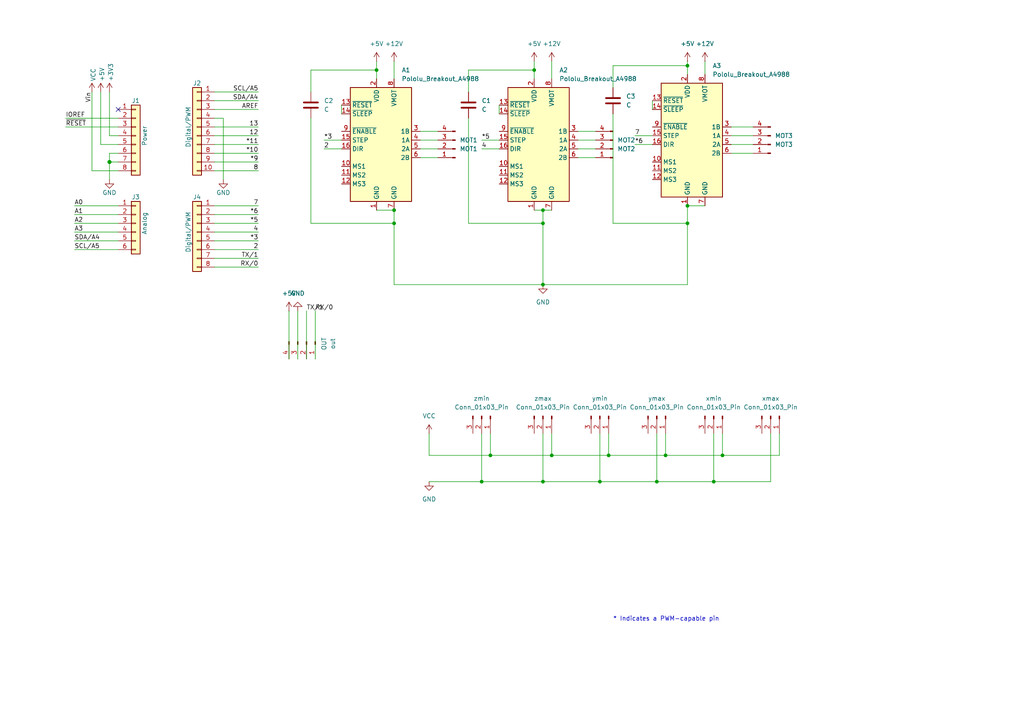
<source format=kicad_sch>
(kicad_sch (version 20231120) (generator "eeschema") (generator_version "8.0")
  (paper "A4")
  (title_block (date "mar. 31 mars 2015"))
  (lib_symbols
    (symbol "+5V_1" (power) (pin_numbers hide) (pin_names (offset 0) hide)
      (property "Value" "+5V" (at 0 3.556 0))
      (symbol "+5V_1_0_1"
        (polyline (pts (xy -0.762 1.27) (xy 0 2.54)))
        (polyline (pts (xy 0 0) (xy 0 2.54)))
        (polyline (pts (xy 0 2.54) (xy 0.762 1.27)))
      )
      (symbol "+5V_1_1_1"
        (pin power_in line (at 0 0 90) (length 0) (name "~") (number "1"))
      )
    )
    (symbol "+5V_2" (power) (pin_numbers hide) (pin_names (offset 0) hide)
      (property "Value" "+5V" (at 0 3.556 0))
      (symbol "+5V_2_0_1"
        (polyline (pts (xy -0.762 1.27) (xy 0 2.54)))
        (polyline (pts (xy 0 0) (xy 0 2.54)))
        (polyline (pts (xy 0 2.54) (xy 0.762 1.27)))
      )
      (symbol "+5V_2_1_1"
        (pin power_in line (at 0 0 90) (length 0) (name "~") (number "1"))
      )
    )
    (symbol "+5V_3" (power) (pin_numbers hide) (pin_names (offset 0) hide)
      (property "Value" "+5V" (at 0 3.556 0))
      (symbol "+5V_3_0_1"
        (polyline (pts (xy -0.762 1.27) (xy 0 2.54)))
        (polyline (pts (xy 0 0) (xy 0 2.54)))
        (polyline (pts (xy 0 2.54) (xy 0.762 1.27)))
      )
      (symbol "+5V_3_1_1"
        (pin power_in line (at 0 0 90) (length 0) (name "~") (number "1"))
      )
    )
    (symbol "+5V_4" (power) (pin_numbers hide) (pin_names (offset 0) hide)
      (property "Value" "+5V" (at 0 3.556 0))
      (symbol "+5V_4_0_1"
        (polyline (pts (xy -0.762 1.27) (xy 0 2.54)))
        (polyline (pts (xy 0 0) (xy 0 2.54)))
        (polyline (pts (xy 0 2.54) (xy 0.762 1.27)))
      )
      (symbol "+5V_4_1_1"
        (pin power_in line (at 0 0 90) (length 0) (name "~") (number "1"))
      )
    )
    (symbol "Connector:Conn_01x03_Pin" (pin_names (offset 1.016) hide)
      (property "Reference" "J" (at 0 5.08 0))
      (property "Value" "Conn_01x03_Pin" (at 0 -5.08 0))
      (symbol "Conn_01x03_Pin_1_1"
        (polyline (pts (xy 1.27 -2.54) (xy 0.8636 -2.54)) (stroke (width 0.1524)))
        (polyline (pts (xy 1.27 0) (xy 0.8636 0)) (stroke (width 0.1524)))
        (polyline (pts (xy 1.27 2.54) (xy 0.8636 2.54)) (stroke (width 0.1524)))
        (rectangle (start 0.8636 -2.413) (end 0 -2.667) (stroke (width 0.1524)) (fill (type outline)))
        (rectangle (start 0.8636 0.127) (end 0 -0.127) (stroke (width 0.1524)) (fill (type outline)))
        (rectangle (start 0.8636 2.667) (end 0 2.413) (stroke (width 0.1524)) (fill (type outline)))
        (pin passive line (at 5.08 2.54 180) (length 3.81) (name "Pin_1") (number "1"))
        (pin passive line (at 5.08 0 180) (length 3.81) (name "Pin_2") (number "2"))
        (pin passive line (at 5.08 -2.54 180) (length 3.81) (name "Pin_3") (number "3"))
      )
    )
    (symbol "Connector:Conn_01x04_Pin" (pin_names (offset 1.016) hide)
      (property "Reference" "J" (at 0 5.08 0))
      (property "Value" "Conn_01x04_Pin" (at 0 -7.62 0))
      (symbol "Conn_01x04_Pin_1_1"
        (polyline (pts (xy 1.27 -5.08) (xy 0.8636 -5.08)) (stroke (width 0.1524)))
        (polyline (pts (xy 1.27 -2.54) (xy 0.8636 -2.54)) (stroke (width 0.1524)))
        (polyline (pts (xy 1.27 0) (xy 0.8636 0)) (stroke (width 0.1524)))
        (polyline (pts (xy 1.27 2.54) (xy 0.8636 2.54)) (stroke (width 0.1524)))
        (rectangle (start 0.8636 -4.953) (end 0 -5.207) (stroke (width 0.1524)) (fill (type outline)))
        (rectangle (start 0.8636 -2.413) (end 0 -2.667) (stroke (width 0.1524)) (fill (type outline)))
        (rectangle (start 0.8636 0.127) (end 0 -0.127) (stroke (width 0.1524)) (fill (type outline)))
        (rectangle (start 0.8636 2.667) (end 0 2.413) (stroke (width 0.1524)) (fill (type outline)))
        (pin passive line (at 5.08 2.54 180) (length 3.81) (name "Pin_1") (number "1"))
        (pin passive line (at 5.08 0 180) (length 3.81) (name "Pin_2") (number "2"))
        (pin passive line (at 5.08 -2.54 180) (length 3.81) (name "Pin_3") (number "3"))
        (pin passive line (at 5.08 -5.08 180) (length 3.81) (name "Pin_4") (number "4"))
      )
    )
    (symbol "Connector_Generic:Conn_01x06" (pin_names (offset 1.016) hide)
      (property "Reference" "J" (at 0 7.62 0))
      (property "Value" "Conn_01x06" (at 0 -10.16 0))
      (symbol "Conn_01x06_1_1"
        (rectangle (start -1.27 -7.493) (end 0 -7.747) (stroke (width 0.1524)))
        (rectangle (start -1.27 -4.953) (end 0 -5.207) (stroke (width 0.1524)))
        (rectangle (start -1.27 -2.413) (end 0 -2.667) (stroke (width 0.1524)))
        (rectangle (start -1.27 0.127) (end 0 -0.127) (stroke (width 0.1524)))
        (rectangle (start -1.27 2.667) (end 0 2.413) (stroke (width 0.1524)))
        (rectangle (start -1.27 5.207) (end 0 4.953) (stroke (width 0.1524)))
        (rectangle (start -1.27 6.35) (end 1.27 -8.89) (stroke (width 0.254)) (fill (type background)))
        (pin passive line (at -5.08 5.08 0) (length 3.81) (name "Pin_1") (number "1"))
        (pin passive line (at -5.08 2.54 0) (length 3.81) (name "Pin_2") (number "2"))
        (pin passive line (at -5.08 0 0) (length 3.81) (name "Pin_3") (number "3"))
        (pin passive line (at -5.08 -2.54 0) (length 3.81) (name "Pin_4") (number "4"))
        (pin passive line (at -5.08 -5.08 0) (length 3.81) (name "Pin_5") (number "5"))
        (pin passive line (at -5.08 -7.62 0) (length 3.81) (name "Pin_6") (number "6"))
      )
    )
    (symbol "Connector_Generic:Conn_01x08" (pin_names (offset 1.016) hide)
      (property "Reference" "J" (at 0 10.16 0))
      (property "Value" "Conn_01x08" (at 0 -12.7 0))
      (symbol "Conn_01x08_1_1"
        (rectangle (start -1.27 -10.033) (end 0 -10.287) (stroke (width 0.1524)))
        (rectangle (start -1.27 -7.493) (end 0 -7.747) (stroke (width 0.1524)))
        (rectangle (start -1.27 -4.953) (end 0 -5.207) (stroke (width 0.1524)))
        (rectangle (start -1.27 -2.413) (end 0 -2.667) (stroke (width 0.1524)))
        (rectangle (start -1.27 0.127) (end 0 -0.127) (stroke (width 0.1524)))
        (rectangle (start -1.27 2.667) (end 0 2.413) (stroke (width 0.1524)))
        (rectangle (start -1.27 5.207) (end 0 4.953) (stroke (width 0.1524)))
        (rectangle (start -1.27 7.747) (end 0 7.493) (stroke (width 0.1524)))
        (rectangle (start -1.27 8.89) (end 1.27 -11.43) (stroke (width 0.254)) (fill (type background)))
        (pin passive line (at -5.08 7.62 0) (length 3.81) (name "Pin_1") (number "1"))
        (pin passive line (at -5.08 5.08 0) (length 3.81) (name "Pin_2") (number "2"))
        (pin passive line (at -5.08 2.54 0) (length 3.81) (name "Pin_3") (number "3"))
        (pin passive line (at -5.08 0 0) (length 3.81) (name "Pin_4") (number "4"))
        (pin passive line (at -5.08 -2.54 0) (length 3.81) (name "Pin_5") (number "5"))
        (pin passive line (at -5.08 -5.08 0) (length 3.81) (name "Pin_6") (number "6"))
        (pin passive line (at -5.08 -7.62 0) (length 3.81) (name "Pin_7") (number "7"))
        (pin passive line (at -5.08 -10.16 0) (length 3.81) (name "Pin_8") (number "8"))
      )
    )
    (symbol "Connector_Generic:Conn_01x10" (pin_names (offset 1.016) hide)
      (property "Reference" "J" (at 0 12.7 0))
      (property "Value" "Conn_01x10" (at 0 -15.24 0))
      (symbol "Conn_01x10_1_1"
        (rectangle (start -1.27 -12.573) (end 0 -12.827) (stroke (width 0.1524)))
        (rectangle (start -1.27 -10.033) (end 0 -10.287) (stroke (width 0.1524)))
        (rectangle (start -1.27 -7.493) (end 0 -7.747) (stroke (width 0.1524)))
        (rectangle (start -1.27 -4.953) (end 0 -5.207) (stroke (width 0.1524)))
        (rectangle (start -1.27 -2.413) (end 0 -2.667) (stroke (width 0.1524)))
        (rectangle (start -1.27 0.127) (end 0 -0.127) (stroke (width 0.1524)))
        (rectangle (start -1.27 2.667) (end 0 2.413) (stroke (width 0.1524)))
        (rectangle (start -1.27 5.207) (end 0 4.953) (stroke (width 0.1524)))
        (rectangle (start -1.27 7.747) (end 0 7.493) (stroke (width 0.1524)))
        (rectangle (start -1.27 10.287) (end 0 10.033) (stroke (width 0.1524)))
        (rectangle (start -1.27 11.43) (end 1.27 -13.97) (stroke (width 0.254)) (fill (type background)))
        (pin passive line (at -5.08 10.16 0) (length 3.81) (name "Pin_1") (number "1"))
        (pin passive line (at -5.08 -12.7 0) (length 3.81) (name "Pin_10") (number "10"))
        (pin passive line (at -5.08 7.62 0) (length 3.81) (name "Pin_2") (number "2"))
        (pin passive line (at -5.08 5.08 0) (length 3.81) (name "Pin_3") (number "3"))
        (pin passive line (at -5.08 2.54 0) (length 3.81) (name "Pin_4") (number "4"))
        (pin passive line (at -5.08 0 0) (length 3.81) (name "Pin_5") (number "5"))
        (pin passive line (at -5.08 -2.54 0) (length 3.81) (name "Pin_6") (number "6"))
        (pin passive line (at -5.08 -5.08 0) (length 3.81) (name "Pin_7") (number "7"))
        (pin passive line (at -5.08 -7.62 0) (length 3.81) (name "Pin_8") (number "8"))
        (pin passive line (at -5.08 -10.16 0) (length 3.81) (name "Pin_9") (number "9"))
      )
    )
    (symbol "Device:C" (pin_numbers hide) (pin_names (offset 0.254))
      (property "Reference" "C" (at 0.635 2.54 0))
      (property "Value" "C" (at 0.635 -2.54 0))
      (symbol "C_0_1"
        (polyline (pts (xy -2.032 -0.762) (xy 2.032 -0.762)) (stroke (width 0.508)))
        (polyline (pts (xy -2.032 0.762) (xy 2.032 0.762)) (stroke (width 0.508)))
      )
      (symbol "C_1_1"
        (pin passive line (at 0 3.81 270) (length 2.794) (name "~") (number "1"))
        (pin passive line (at 0 -3.81 90) (length 2.794) (name "~") (number "2"))
      )
    )
    (symbol "Driver_Motor:Pololu_Breakout_A4988"
      (property "Reference" "A" (at -2.54 19.05 0))
      (property "Value" "Pololu_Breakout_A4988" (at -2.54 16.51 0))
      (symbol "Pololu_Breakout_A4988_0_1"
        (rectangle (start 10.16 -17.78) (end -7.62 15.24) (stroke (width 0.254)) (fill (type background)))
      )
      (symbol "Pololu_Breakout_A4988_1_1"
        (pin power_in line (at 0 -20.32 90) (length 2.54) (name "GND") (number "1"))
        (pin input line (at -10.16 -7.62 0) (length 2.54) (name "MS1") (number "10"))
        (pin input line (at -10.16 -10.16 0) (length 2.54) (name "MS2") (number "11"))
        (pin input line (at -10.16 -12.7 0) (length 2.54) (name "MS3") (number "12"))
        (pin input line (at -10.16 10.16 0) (length 2.54) (name "~{RESET}") (number "13"))
        (pin input line (at -10.16 7.62 0) (length 2.54) (name "~{SLEEP}") (number "14"))
        (pin input line (at -10.16 0 0) (length 2.54) (name "STEP") (number "15"))
        (pin input line (at -10.16 -2.54 0) (length 2.54) (name "DIR") (number "16"))
        (pin power_in line (at 0 17.78 270) (length 2.54) (name "VDD") (number "2"))
        (pin output line (at 12.7 2.54 180) (length 2.54) (name "1B") (number "3"))
        (pin output line (at 12.7 0 180) (length 2.54) (name "1A") (number "4"))
        (pin output line (at 12.7 -2.54 180) (length 2.54) (name "2A") (number "5"))
        (pin output line (at 12.7 -5.08 180) (length 2.54) (name "2B") (number "6"))
        (pin power_in line (at 5.08 -20.32 90) (length 2.54) (name "GND") (number "7"))
        (pin power_in line (at 5.08 17.78 270) (length 2.54) (name "VMOT") (number "8"))
        (pin input line (at -10.16 2.54 0) (length 2.54) (name "~{ENABLE}") (number "9"))
      )
    )
    (symbol "GND_1" (power) (pin_numbers hide) (pin_names (offset 0) hide)
      (property "Value" "GND" (at 0 -3.81 0))
      (symbol "GND_1_0_1"
        (polyline (pts (xy 0 0) (xy 0 -1.27) (xy 1.27 -1.27) (xy 0 -2.54) (xy -1.27 -1.27) (xy 0 -1.27)))
      )
      (symbol "GND_1_1_1"
        (pin power_in line (at 0 0 270) (length 0) (name "~") (number "1"))
      )
    )
    (symbol "GND_2" (power) (pin_numbers hide) (pin_names (offset 0) hide)
      (property "Value" "GND" (at 0 -3.81 0))
      (symbol "GND_2_0_1"
        (polyline (pts (xy 0 0) (xy 0 -1.27) (xy 1.27 -1.27) (xy 0 -2.54) (xy -1.27 -1.27) (xy 0 -1.27)))
      )
      (symbol "GND_2_1_1"
        (pin power_in line (at 0 0 270) (length 0) (name "~") (number "1"))
      )
    )
    (symbol "GND_3" (power) (pin_numbers hide) (pin_names (offset 0) hide)
      (property "Value" "GND" (at 0 -3.81 0))
      (symbol "GND_3_0_1"
        (polyline (pts (xy 0 0) (xy 0 -1.27) (xy 1.27 -1.27) (xy 0 -2.54) (xy -1.27 -1.27) (xy 0 -1.27)))
      )
      (symbol "GND_3_1_1"
        (pin power_in line (at 0 0 270) (length 0) (name "~") (number "1"))
      )
    )
    (symbol "VCC_1" (power) (pin_numbers hide) (pin_names (offset 0) hide)
      (property "Value" "VCC" (at 0 3.556 0))
      (symbol "VCC_1_0_1"
        (polyline (pts (xy -0.762 1.27) (xy 0 2.54)))
        (polyline (pts (xy 0 0) (xy 0 2.54)))
        (polyline (pts (xy 0 2.54) (xy 0.762 1.27)))
      )
      (symbol "VCC_1_1_1"
        (pin power_in line (at 0 0 90) (length 0) (name "~") (number "1"))
      )
    )
    (symbol "power:+12V" (power) (pin_numbers hide) (pin_names (offset 0) hide)
      (property "Value" "+12V" (at 0 3.556 0))
      (symbol "+12V_0_1"
        (polyline (pts (xy -0.762 1.27) (xy 0 2.54)))
        (polyline (pts (xy 0 0) (xy 0 2.54)))
        (polyline (pts (xy 0 2.54) (xy 0.762 1.27)))
      )
      (symbol "+12V_1_1"
        (pin power_in line (at 0 0 90) (length 0) (name "~") (number "1"))
      )
    )
    (symbol "power:+3V3" (power) (pin_names (offset 0))
      (property "Value" "+3V3" (at 0 3.556 0))
      (symbol "+3V3_0_1"
        (polyline (pts (xy -0.762 1.27) (xy 0 2.54)))
        (polyline (pts (xy 0 0) (xy 0 2.54)))
        (polyline (pts (xy 0 2.54) (xy 0.762 1.27)))
      )
      (symbol "+3V3_1_1"
        (pin power_in line (at 0 0 90) (length 0) hide (name "+3V3") (number "1"))
      )
    )
    (symbol "power:+5V" (power) (pin_names (offset 0))
      (property "Value" "+5V" (at 0 3.556 0))
      (symbol "+5V_0_1"
        (polyline (pts (xy -0.762 1.27) (xy 0 2.54)))
        (polyline (pts (xy 0 0) (xy 0 2.54)))
        (polyline (pts (xy 0 2.54) (xy 0.762 1.27)))
      )
      (symbol "+5V_1_1"
        (pin power_in line (at 0 0 90) (length 0) hide (name "+5V") (number "1"))
      )
    )
    (symbol "power:GND" (power) (pin_names (offset 0))
      (property "Value" "GND" (at 0 -3.81 0))
      (symbol "GND_0_1"
        (polyline (pts (xy 0 0) (xy 0 -1.27) (xy 1.27 -1.27) (xy 0 -2.54) (xy -1.27 -1.27) (xy 0 -1.27)))
      )
      (symbol "GND_1_1"
        (pin power_in line (at 0 0 270) (length 0) hide (name "GND") (number "1"))
      )
    )
    (symbol "power:VCC" (power) (pin_names (offset 0))
      (property "Value" "VCC" (at 0 3.81 0))
      (symbol "VCC_0_1"
        (polyline (pts (xy -0.762 1.27) (xy 0 2.54)))
        (polyline (pts (xy 0 0) (xy 0 2.54)))
        (polyline (pts (xy 0 2.54) (xy 0.762 1.27)))
      )
      (symbol "VCC_1_1"
        (pin power_in line (at 0 0 90) (length 0) hide (name "VCC") (number "1"))
      )
    )
  )
  (junction (at 199.39 19.05))
  (junction (at 199.39 64.77))
  (junction (at 114.3 60.96))
  (junction (at 139.7 139.7))
  (junction (at 31.75 46.99) (diameter 1.016))
  (junction (at 157.48 139.7))
  (junction (at 142.24 132.08))
  (junction (at 209.55 132.08))
  (junction (at 154.94 20.32))
  (junction (at 157.48 82.55))
  (junction (at 160.02 132.08))
  (junction (at 207.01 139.7))
  (junction (at 199.39 59.69))
  (junction (at 176.53 132.08))
  (junction (at 114.3 64.77))
  (junction (at 157.48 64.77))
  (junction (at 157.48 60.96))
  (junction (at 193.04 132.08))
  (junction (at 109.22 20.32))
  (junction (at 190.5 139.7))
  (junction (at 173.99 139.7))
  (no_connect (at 34.29 31.75))
  (wire (pts (xy 62.23 77.47) (xy 74.93 77.47)))
  (wire (pts (xy 83.82 90.17) (xy 83.82 104.14)))
  (wire (pts (xy 154.94 17.78) (xy 154.94 20.32)))
  (wire (pts (xy 114.3 17.78) (xy 114.3 22.86)))
  (wire (pts (xy 193.04 125.73) (xy 193.04 132.08)))
  (wire (pts (xy 62.23 44.45) (xy 74.93 44.45)))
  (wire (pts (xy 177.8 33.02) (xy 177.8 64.77)))
  (wire (pts (xy 62.23 26.67) (xy 74.93 26.67)))
  (wire (pts (xy 90.17 26.67) (xy 90.17 20.32)))
  (wire (pts (xy 207.01 139.7) (xy 223.52 139.7)))
  (wire (pts (xy 157.48 64.77) (xy 157.48 82.55)))
  (wire (pts (xy 167.64 45.72) (xy 172.72 45.72)))
  (wire (pts (xy 190.5 125.73) (xy 190.5 139.7)))
  (wire (pts (xy 212.09 44.45) (xy 218.44 44.45)))
  (wire (pts (xy 31.75 44.45) (xy 31.75 46.99)))
  (wire (pts (xy 21.59 72.39) (xy 34.29 72.39)))
  (wire (pts (xy 157.48 125.73) (xy 157.48 139.7)))
  (wire (pts (xy 139.7 40.64) (xy 144.78 40.64)))
  (wire (pts (xy 193.04 132.08) (xy 209.55 132.08)))
  (wire (pts (xy 91.44 90.17) (xy 91.44 104.14)))
  (wire (pts (xy 31.75 46.99) (xy 31.75 52.07)))
  (wire (pts (xy 199.39 59.69) (xy 204.47 59.69)))
  (wire (pts (xy 31.75 39.37) (xy 34.29 39.37)))
  (wire (pts (xy 90.17 34.29) (xy 90.17 64.77)))
  (wire (pts (xy 209.55 125.73) (xy 209.55 132.08)))
  (wire (pts (xy 190.5 139.7) (xy 207.01 139.7)))
  (wire (pts (xy 29.21 41.91) (xy 34.29 41.91)))
  (wire (pts (xy 29.21 26.67) (xy 29.21 41.91)))
  (wire (pts (xy 226.06 132.08) (xy 226.06 125.73)))
  (wire (pts (xy 109.22 20.32) (xy 109.22 22.86)))
  (wire (pts (xy 62.23 36.83) (xy 74.93 36.83)))
  (wire (pts (xy 31.75 26.67) (xy 31.75 39.37)))
  (wire (pts (xy 62.23 59.69) (xy 74.93 59.69)))
  (wire (pts (xy 124.46 139.7) (xy 139.7 139.7)))
  (wire (pts (xy 34.29 59.69) (xy 21.59 59.69)))
  (wire (pts (xy 184.15 41.91) (xy 189.23 41.91)))
  (wire (pts (xy 90.17 64.77) (xy 114.3 64.77)))
  (wire (pts (xy 62.23 39.37) (xy 74.93 39.37)))
  (wire (pts (xy 207.01 125.73) (xy 207.01 139.7)))
  (wire (pts (xy 121.92 38.1) (xy 127 38.1)))
  (wire (pts (xy 62.23 62.23) (xy 74.93 62.23)))
  (wire (pts (xy 88.9 90.17) (xy 88.9 104.14)))
  (wire (pts (xy 184.15 39.37) (xy 189.23 39.37)))
  (wire (pts (xy 199.39 82.55) (xy 157.48 82.55)))
  (wire (pts (xy 154.94 60.96) (xy 157.48 60.96)))
  (wire (pts (xy 93.98 40.64) (xy 99.06 40.64)))
  (wire (pts (xy 109.22 17.78) (xy 109.22 20.32)))
  (wire (pts (xy 114.3 60.96) (xy 114.3 64.77)))
  (wire (pts (xy 212.09 39.37) (xy 218.44 39.37)))
  (wire (pts (xy 62.23 46.99) (xy 74.93 46.99)))
  (wire (pts (xy 173.99 139.7) (xy 190.5 139.7)))
  (wire (pts (xy 167.64 40.64) (xy 172.72 40.64)))
  (wire (pts (xy 62.23 67.31) (xy 74.93 67.31)))
  (wire (pts (xy 177.8 64.77) (xy 199.39 64.77)))
  (wire (pts (xy 19.05 34.29) (xy 34.29 34.29)))
  (wire (pts (xy 135.89 34.29) (xy 135.89 64.77)))
  (wire (pts (xy 144.78 30.48) (xy 144.78 33.02)))
  (wire (pts (xy 177.8 19.05) (xy 199.39 19.05)))
  (wire (pts (xy 167.64 43.18) (xy 172.72 43.18)))
  (wire (pts (xy 124.46 132.08) (xy 142.24 132.08)))
  (wire (pts (xy 64.77 34.29) (xy 64.77 52.07)))
  (wire (pts (xy 62.23 31.75) (xy 74.93 31.75)))
  (wire (pts (xy 157.48 60.96) (xy 160.02 60.96)))
  (wire (pts (xy 160.02 132.08) (xy 176.53 132.08)))
  (wire (pts (xy 189.23 29.21) (xy 189.23 31.75)))
  (wire (pts (xy 204.47 17.78) (xy 204.47 21.59)))
  (wire (pts (xy 34.29 64.77) (xy 21.59 64.77)))
  (wire (pts (xy 19.05 36.83) (xy 34.29 36.83)))
  (wire (pts (xy 34.29 46.99) (xy 31.75 46.99)))
  (wire (pts (xy 199.39 64.77) (xy 199.39 82.55)))
  (wire (pts (xy 154.94 20.32) (xy 154.94 22.86)))
  (wire (pts (xy 199.39 17.78) (xy 199.39 19.05)))
  (wire (pts (xy 157.48 60.96) (xy 157.48 64.77)))
  (wire (pts (xy 135.89 64.77) (xy 157.48 64.77)))
  (wire (pts (xy 121.92 45.72) (xy 127 45.72)))
  (wire (pts (xy 160.02 17.78) (xy 160.02 22.86)))
  (wire (pts (xy 34.29 49.53) (xy 26.67 49.53)))
  (wire (pts (xy 21.59 62.23) (xy 34.29 62.23)))
  (wire (pts (xy 90.17 20.32) (xy 109.22 20.32)))
  (wire (pts (xy 121.92 43.18) (xy 127 43.18)))
  (wire (pts (xy 135.89 26.67) (xy 135.89 20.32)))
  (wire (pts (xy 109.22 60.96) (xy 114.3 60.96)))
  (wire (pts (xy 139.7 139.7) (xy 157.48 139.7)))
  (wire (pts (xy 93.98 43.18) (xy 99.06 43.18)))
  (wire (pts (xy 167.64 38.1) (xy 172.72 38.1)))
  (wire (pts (xy 157.48 139.7) (xy 173.99 139.7)))
  (wire (pts (xy 212.09 36.83) (xy 218.44 36.83)))
  (wire (pts (xy 176.53 132.08) (xy 193.04 132.08)))
  (wire (pts (xy 62.23 34.29) (xy 64.77 34.29)))
  (wire (pts (xy 34.29 44.45) (xy 31.75 44.45)))
  (wire (pts (xy 142.24 125.73) (xy 142.24 132.08)))
  (wire (pts (xy 62.23 41.91) (xy 74.93 41.91)))
  (wire (pts (xy 114.3 82.55) (xy 157.48 82.55)))
  (wire (pts (xy 135.89 20.32) (xy 154.94 20.32)))
  (wire (pts (xy 86.36 90.17) (xy 86.36 104.14)))
  (wire (pts (xy 62.23 64.77) (xy 74.93 64.77)))
  (wire (pts (xy 209.55 132.08) (xy 226.06 132.08)))
  (wire (pts (xy 212.09 41.91) (xy 218.44 41.91)))
  (wire (pts (xy 21.59 67.31) (xy 34.29 67.31)))
  (wire (pts (xy 223.52 125.73) (xy 223.52 139.7)))
  (wire (pts (xy 124.46 125.73) (xy 124.46 132.08)))
  (wire (pts (xy 139.7 43.18) (xy 144.78 43.18)))
  (wire (pts (xy 121.92 40.64) (xy 127 40.64)))
  (wire (pts (xy 142.24 132.08) (xy 160.02 132.08)))
  (wire (pts (xy 62.23 29.21) (xy 74.93 29.21)))
  (wire (pts (xy 139.7 125.73) (xy 139.7 139.7)))
  (wire (pts (xy 199.39 19.05) (xy 199.39 21.59)))
  (wire (pts (xy 62.23 72.39) (xy 74.93 72.39)))
  (wire (pts (xy 177.8 25.4) (xy 177.8 19.05)))
  (wire (pts (xy 62.23 69.85) (xy 74.93 69.85)))
  (wire (pts (xy 176.53 125.73) (xy 176.53 132.08)))
  (wire (pts (xy 62.23 74.93) (xy 74.93 74.93)))
  (wire (pts (xy 99.06 30.48) (xy 99.06 33.02)))
  (wire (pts (xy 26.67 49.53) (xy 26.67 26.67)))
  (wire (pts (xy 173.99 125.73) (xy 173.99 139.7)))
  (wire (pts (xy 114.3 64.77) (xy 114.3 82.55)))
  (wire (pts (xy 34.29 69.85) (xy 21.59 69.85)))
  (wire (pts (xy 62.23 49.53) (xy 74.93 49.53)))
  (wire (pts (xy 199.39 59.69) (xy 199.39 64.77)))
  (wire (pts (xy 160.02 125.73) (xy 160.02 132.08)))
  (text "* Indicates a PWM-capable pin" (at 177.8 180.34 0) (effects (font (size 1.27 1.27)) (justify left bottom)))
  (label "RX{slash}0" (at 74.93 77.47 180))
  (label "A2" (at 21.59 64.77 0))
  (label "4" (at 74.93 67.31 180))
  (label "RX{slash}0" (at 91.44 90.17 0))
  (label "TX{slash}1" (at 88.9 90.17 0))
  (label "*5" (at 139.7 40.64 0))
  (label "2" (at 74.93 72.39 180))
  (label "A3" (at 21.59 67.31 0))
  (label "13" (at 74.93 36.83 180))
  (label "12" (at 74.93 39.37 180))
  (label "~{RESET}" (at 19.05 36.83 0))
  (label "*10" (at 74.93 44.45 180))
  (label "7" (at 74.93 59.69 180))
  (label "SDA{slash}A4" (at 74.93 29.21 180))
  (label "8" (at 74.93 49.53 180))
  (label "*6" (at 184.15 41.91 0))
  (label "*11" (at 74.93 41.91 180))
  (label "*3" (at 74.93 69.85 180))
  (label "7" (at 184.15 39.37 0))
  (label "A1" (at 21.59 62.23 0))
  (label "TX{slash}1" (at 74.93 74.93 180))
  (label "A0" (at 21.59 59.69 0))
  (label "AREF" (at 74.93 31.75 180))
  (label "Vin" (at 26.67 26.67 270))
  (label "*6" (at 74.93 62.23 180))
  (label "4" (at 139.7 43.18 0))
  (label "SCL{slash}A5" (at 74.93 26.67 180))
  (label "*9" (at 74.93 46.99 180))
  (label "*3" (at 93.98 40.64 0))
  (label "*5" (at 74.93 64.77 180))
  (label "IOREF" (at 19.05 34.29 0))
  (label "SDA{slash}A4" (at 21.59 69.85 0))
  (label "SCL{slash}A5" (at 21.59 72.39 0))
  (label "2" (at 93.98 43.18 0))
  (symbol (lib_id "Connector_Generic:Conn_01x08") (at 39.37 39.37 0) (unit 1)
    (property "Reference" "J1" (at 39.37 29.21 0))
    (property "Value" "Power" (at 41.91 39.37 90))
    (property "Footprint" "Connector_PinSocket_2.54mm:PinSocket_1x08_P2.54mm_Vertical" (effects (hide yes)))
  )
  (symbol (lib_id "power:+3V3") (at 31.75 26.67 0) (unit 1)
    (property "Reference" "#PWR03" (effects (hide yes)))
    (property "Value" "+3V3" (at 32.131 23.622 90) (effects (justify left)))
  )
  (symbol (lib_id "power:+5V") (at 29.21 26.67 0) (unit 1)
    (property "Reference" "#PWR02" (effects (hide yes)))
    (property "Value" "+5V" (at 29.5656 23.622 90) (effects (justify left)))
  )
  (symbol (lib_id "power:GND") (at 31.75 52.07 0) (unit 1)
    (property "Reference" "#PWR04" (effects (hide yes)))
    (property "Value" "GND" (at 31.75 55.88 0))
  )
  (symbol (lib_id "Connector_Generic:Conn_01x10") (at 57.15 36.83 0) (mirror y) (unit 1)
    (property "Reference" "J2" (at 57.15 24.13 0))
    (property "Value" "Digital/PWM" (at 54.61 36.83 90))
    (property "Footprint" "Connector_PinSocket_2.54mm:PinSocket_1x10_P2.54mm_Vertical" (effects (hide yes)))
  )
  (symbol (lib_id "power:GND") (at 64.77 52.07 0) (unit 1)
    (property "Reference" "#PWR05" (effects (hide yes)))
    (property "Value" "GND" (at 64.77 55.88 0))
  )
  (symbol (lib_id "Connector_Generic:Conn_01x06") (at 39.37 64.77 0) (unit 1)
    (property "Reference" "J3" (at 39.37 57.15 0))
    (property "Value" "Analog" (at 41.91 64.77 90))
    (property "Footprint" "Connector_PinSocket_2.54mm:PinSocket_1x06_P2.54mm_Vertical" (effects (hide yes)))
  )
  (symbol (lib_id "Connector_Generic:Conn_01x08") (at 57.15 67.31 0) (mirror y) (unit 1)
    (property "Reference" "J4" (at 57.15 57.15 0))
    (property "Value" "Digital/PWM" (at 54.61 67.31 90))
    (property "Footprint" "Connector_PinSocket_2.54mm:PinSocket_1x08_P2.54mm_Vertical" (effects (hide yes)))
  )
  (symbol (lib_id "Connector:Conn_01x03_Pin") (at 139.7 120.65 270) (unit 1)
    (property "Reference" "zmin" (at 139.7 115.57 90))
    (property "Value" "Conn_01x03_Pin" (at 139.7 118.11 90))
    (property "Description" "Generic connector, single row, 01x03, script generated" (effects (hide yes)))
  )
  (symbol (lib_name "GND_1") (lib_id "power:GND") (at 157.48 82.55 0) (unit 1)
    (property "Reference" "#PWR06" (effects (hide yes)))
    (property "Value" "GND" (at 157.48 87.63 0))
    (property "Description" "Power symbol creates a global label with name \"GND\" , ground" (effects (hide yes)))
  )
  (symbol (lib_id "Driver_Motor:Pololu_Breakout_A4988") (at 154.94 40.64 0) (unit 1)
    (property "Reference" "A2" (at 162.2141 20.32 0) (effects (justify left)))
    (property "Value" "Pololu_Breakout_A4988" (at 162.2141 22.86 0) (effects (justify left)))
    (property "Footprint" "Module:Pololu_Breakout-16_15.2x20.3mm" (effects (hide yes)))
    (property "Datasheet" "https://www.pololu.com/product/2980/pictures" (effects (hide yes)))
    (property "Description" "Pololu Breakout Board, Stepper Driver A4988" (effects (hide yes)))
  )
  (symbol (lib_id "power:+12V") (at 160.02 17.78 0) (unit 1)
    (property "Reference" "#PWR011" (effects (hide yes)))
    (property "Value" "+12V" (at 160.02 12.7 0))
    (property "Description" "Power symbol creates a global label with name \"+12V\"" (effects (hide yes)))
  )
  (symbol (lib_name "+5V_3") (lib_id "power:+5V") (at 199.39 17.78 0) (unit 1)
    (property "Reference" "#PWR09" (effects (hide yes)))
    (property "Value" "+5V" (at 199.39 12.7 0))
    (property "Description" "Power symbol creates a global label with name \"+5V\"" (effects (hide yes)))
  )
  (symbol (lib_id "Connector:Conn_01x03_Pin") (at 223.52 120.65 270) (unit 1)
    (property "Reference" "xmax" (at 223.52 115.57 90))
    (property "Value" "Conn_01x03_Pin" (at 223.52 118.11 90))
    (property "Description" "Generic connector, single row, 01x03, script generated" (effects (hide yes)))
  )
  (symbol (lib_name "+5V_1") (lib_id "power:+5V") (at 109.22 17.78 0) (unit 1)
    (property "Reference" "#PWR07" (effects (hide yes)))
    (property "Value" "+5V" (at 109.22 12.7 0))
    (property "Description" "Power symbol creates a global label with name \"+5V\"" (effects (hide yes)))
  )
  (symbol (lib_name "VCC_1") (lib_id "power:VCC") (at 124.46 125.73 0) (unit 1)
    (property "Reference" "#PWR016" (effects (hide yes)))
    (property "Value" "VCC" (at 124.46 120.65 0))
    (property "Description" "Power symbol creates a global label with name \"VCC\"" (effects (hide yes)))
  )
  (symbol (lib_id "power:VCC") (at 26.67 26.67 0) (unit 1)
    (property "Reference" "#PWR01" (effects (hide yes)))
    (property "Value" "VCC" (at 27.051 23.622 90) (effects (justify left)))
  )
  (symbol (lib_name "+5V_4") (lib_id "power:+5V") (at 83.82 90.17 0) (unit 1)
    (property "Reference" "#PWR013" (effects (hide yes)))
    (property "Value" "+5V" (at 83.82 85.09 0))
    (property "Description" "Power symbol creates a global label with name \"+5V\"" (effects (hide yes)))
  )
  (symbol (lib_id "Device:C") (at 90.17 30.48 0) (unit 1)
    (property "Reference" "C2" (at 93.98 29.2099 0) (effects (justify left)))
    (property "Value" "C" (at 93.98 31.7499 0) (effects (justify left)))
    (property "Description" "Unpolarized capacitor" (effects (hide yes)))
  )
  (symbol (lib_id "Connector:Conn_01x04_Pin") (at 132.08 43.18 180) (unit 1)
    (property "Reference" "MOT1" (at 133.35 40.6399 0) (effects (justify right)))
    (property "Value" "MOT1" (at 133.35 43.18 0) (effects (justify right)))
    (property "Description" "Generic connector, single row, 01x04, script generated" (effects (hide yes)))
  )
  (symbol (lib_id "Driver_Motor:Pololu_Breakout_A4988") (at 199.39 39.37 0) (unit 1)
    (property "Reference" "A3" (at 206.6641 19.05 0) (effects (justify left)))
    (property "Value" "Pololu_Breakout_A4988" (at 206.6641 21.59 0) (effects (justify left)))
    (property "Footprint" "Module:Pololu_Breakout-16_15.2x20.3mm" (effects (hide yes)))
    (property "Datasheet" "https://www.pololu.com/product/2980/pictures" (effects (hide yes)))
    (property "Description" "Pololu Breakout Board, Stepper Driver A4988" (effects (hide yes)))
  )
  (symbol (lib_id "Connector:Conn_01x03_Pin") (at 173.99 120.65 270) (unit 1)
    (property "Reference" "ymin" (at 173.99 115.57 90))
    (property "Value" "Conn_01x03_Pin" (at 173.99 118.11 90))
    (property "Description" "Generic connector, single row, 01x03, script generated" (effects (hide yes)))
  )
  (symbol (lib_id "Device:C") (at 135.89 30.48 0) (unit 1)
    (property "Reference" "C1" (at 139.7 29.2099 0) (effects (justify left)))
    (property "Value" "C" (at 139.7 31.7499 0) (effects (justify left)))
    (property "Description" "Unpolarized capacitor" (effects (hide yes)))
  )
  (symbol (lib_id "Connector:Conn_01x03_Pin") (at 190.5 120.65 270) (unit 1)
    (property "Reference" "ymax" (at 190.5 115.57 90))
    (property "Value" "Conn_01x03_Pin" (at 190.5 118.11 90))
    (property "Description" "Generic connector, single row, 01x03, script generated" (effects (hide yes)))
  )
  (symbol (lib_name "GND_3") (lib_id "power:GND") (at 124.46 139.7 0) (unit 1)
    (property "Reference" "#PWR015" (effects (hide yes)))
    (property "Value" "GND" (at 124.46 144.78 0))
    (property "Description" "Power symbol creates a global label with name \"GND\" , ground" (effects (hide yes)))
  )
  (symbol (lib_id "Connector:Conn_01x04_Pin") (at 223.52 41.91 180) (unit 1)
    (property "Reference" "MOT3" (at 224.79 39.3699 0) (effects (justify right)))
    (property "Value" "MOT3" (at 224.79 41.9099 0) (effects (justify right)))
    (property "Description" "Generic connector, single row, 01x04, script generated" (effects (hide yes)))
  )
  (symbol (lib_name "+5V_2") (lib_id "power:+5V") (at 154.94 17.78 0) (unit 1)
    (property "Reference" "#PWR08" (effects (hide yes)))
    (property "Value" "+5V" (at 154.94 12.7 0))
    (property "Description" "Power symbol creates a global label with name \"+5V\"" (effects (hide yes)))
  )
  (symbol (lib_id "Connector:Conn_01x04_Pin") (at 177.8 43.18 180) (unit 1)
    (property "Reference" "MOT2" (at 179.07 40.6399 0) (effects (justify right)))
    (property "Value" "MOT2" (at 179.07 43.1799 0) (effects (justify right)))
    (property "Description" "Generic connector, single row, 01x04, script generated" (effects (hide yes)))
  )
  (symbol (lib_name "GND_2") (lib_id "power:GND") (at 86.36 90.17 180) (unit 1)
    (property "Reference" "#PWR014" (effects (hide yes)))
    (property "Value" "GND" (at 86.36 85.09 0))
    (property "Description" "Power symbol creates a global label with name \"GND\" , ground" (effects (hide yes)))
  )
  (symbol (lib_id "Connector:Conn_01x04_Pin") (at 88.9 99.06 270) (unit 1)
    (property "Reference" "out" (at 96.52 99.695 0))
    (property "Value" "OUT" (at 93.98 99.695 0))
    (property "Description" "Generic connector, single row, 01x04, script generated" (effects (hide yes)))
  )
  (symbol (lib_id "Device:C") (at 177.8 29.21 0) (unit 1)
    (property "Reference" "C3" (at 181.61 27.9399 0) (effects (justify left)))
    (property "Value" "C" (at 181.61 30.4799 0) (effects (justify left)))
    (property "Description" "Unpolarized capacitor" (effects (hide yes)))
  )
  (symbol (lib_id "Driver_Motor:Pololu_Breakout_A4988") (at 109.22 40.64 0) (unit 1)
    (property "Reference" "A1" (at 116.4941 20.32 0) (effects (justify left)))
    (property "Value" "Pololu_Breakout_A4988" (at 116.4941 22.86 0) (effects (justify left)))
    (property "Footprint" "Module:Pololu_Breakout-16_15.2x20.3mm" (effects (hide yes)))
    (property "Datasheet" "https://www.pololu.com/product/2980/pictures" (effects (hide yes)))
    (property "Description" "Pololu Breakout Board, Stepper Driver A4988" (effects (hide yes)))
  )
  (symbol (lib_id "Connector:Conn_01x03_Pin") (at 207.01 120.65 270) (unit 1)
    (property "Reference" "xmin" (at 207.01 115.57 90))
    (property "Value" "Conn_01x03_Pin" (at 207.01 118.11 90))
    (property "Description" "Generic connector, single row, 01x03, script generated" (effects (hide yes)))
  )
  (symbol (lib_id "Connector:Conn_01x03_Pin") (at 157.48 120.65 270) (unit 1)
    (property "Reference" "zmax" (at 157.48 115.57 90))
    (property "Value" "Conn_01x03_Pin" (at 157.48 118.11 90))
    (property "Description" "Generic connector, single row, 01x03, script generated" (effects (hide yes)))
  )
  (symbol (lib_id "power:+12V") (at 114.3 17.78 0) (unit 1)
    (property "Reference" "#PWR010" (effects (hide yes)))
    (property "Value" "+12V" (at 114.3 12.7 0))
    (property "Description" "Power symbol creates a global label with name \"+12V\"" (effects (hide yes)))
  )
  (symbol (lib_id "power:+12V") (at 204.47 17.78 0) (unit 1)
    (property "Reference" "#PWR012" (effects (hide yes)))
    (property "Value" "+12V" (at 204.47 12.7 0))
    (property "Description" "Power symbol creates a global label with name \"+12V\"" (effects (hide yes)))
  )
)
</source>
